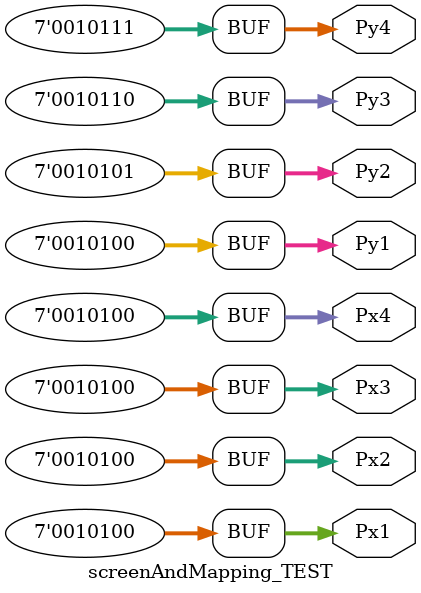
<source format=v>
`timescale 1ns / 1ps

module screenAndMapping_TEST(Py1,Py2,Py3,Py4,Px1,Px2,Px3,Px4);
    output [6:0] Py1,Py2,Py3,Py4,Px1,Px2,Px3,Px4;
    
    assign Py1 = 7'd20;
    assign Py2 = 7'd21;
    assign Py3 = 7'd22;
    assign Py4 = 7'd23;
    assign Px1 = 7'd20;
    assign Px2 = 7'd20;
    assign Px3 = 7'd20;
    assign Px4 = 7'd20;
endmodule

</source>
